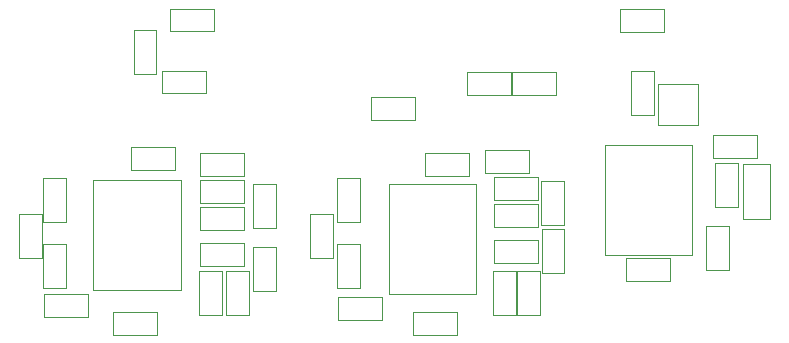
<source format=gbr>
G04 #@! TF.GenerationSoftware,KiCad,Pcbnew,(5.0.0-rc2-dev-586-g888c43477)*
G04 #@! TF.CreationDate,2018-06-03T13:56:13-03:00*
G04 #@! TF.ProjectId,Signal,5369676E616C2E6B696361645F706362,rev?*
G04 #@! TF.SameCoordinates,Original*
G04 #@! TF.FileFunction,Other,User*
%FSLAX46Y46*%
G04 Gerber Fmt 4.6, Leading zero omitted, Abs format (unit mm)*
G04 Created by KiCad (PCBNEW (5.0.0-rc2-dev-586-g888c43477)) date 06/03/18 13:56:13*
%MOMM*%
%LPD*%
G01*
G04 APERTURE LIST*
%ADD10C,0.050000*%
G04 APERTURE END LIST*
D10*
X32110000Y-22050000D02*
X28390000Y-22050000D01*
X32110000Y-23950000D02*
X32110000Y-22050000D01*
X28390000Y-23950000D02*
X32110000Y-23950000D01*
X28390000Y-22050000D02*
X28390000Y-23950000D01*
X73836000Y-23142000D02*
X70436000Y-23142000D01*
X70436000Y-23142000D02*
X70436000Y-26642000D01*
X70436000Y-26642000D02*
X73836000Y-26642000D01*
X73836000Y-26642000D02*
X73836000Y-23142000D01*
X47072000Y-41214000D02*
X43352000Y-41214000D01*
X47072000Y-43114000D02*
X47072000Y-41214000D01*
X43352000Y-43114000D02*
X47072000Y-43114000D01*
X43352000Y-41214000D02*
X43352000Y-43114000D01*
X31668000Y-35494000D02*
X35388000Y-35494000D01*
X31668000Y-33594000D02*
X31668000Y-35494000D01*
X35388000Y-33594000D02*
X31668000Y-33594000D01*
X35388000Y-35494000D02*
X35388000Y-33594000D01*
X38034000Y-37002000D02*
X36134000Y-37002000D01*
X36134000Y-37002000D02*
X36134000Y-40722000D01*
X36134000Y-40722000D02*
X38034000Y-40722000D01*
X38034000Y-40722000D02*
X38034000Y-37002000D01*
X31668000Y-30922000D02*
X35388000Y-30922000D01*
X31668000Y-29022000D02*
X31668000Y-30922000D01*
X35388000Y-29022000D02*
X31668000Y-29022000D01*
X35388000Y-30922000D02*
X35388000Y-29022000D01*
X29546000Y-30414000D02*
X29546000Y-28514000D01*
X29546000Y-28514000D02*
X25826000Y-28514000D01*
X25826000Y-28514000D02*
X25826000Y-30414000D01*
X25826000Y-30414000D02*
X29546000Y-30414000D01*
X77150000Y-33610000D02*
X77150000Y-29890000D01*
X75250000Y-33610000D02*
X77150000Y-33610000D01*
X75250000Y-29890000D02*
X75250000Y-33610000D01*
X77150000Y-29890000D02*
X75250000Y-29890000D01*
X67736000Y-37912000D02*
X67736000Y-39812000D01*
X67736000Y-39812000D02*
X71456000Y-39812000D01*
X71456000Y-39812000D02*
X71456000Y-37912000D01*
X71456000Y-37912000D02*
X67736000Y-37912000D01*
X50718000Y-30922000D02*
X54438000Y-30922000D01*
X50718000Y-29022000D02*
X50718000Y-30922000D01*
X54438000Y-29022000D02*
X50718000Y-29022000D01*
X54438000Y-30922000D02*
X54438000Y-29022000D01*
X59518000Y-28768000D02*
X55798000Y-28768000D01*
X59518000Y-30668000D02*
X59518000Y-28768000D01*
X55798000Y-30668000D02*
X59518000Y-30668000D01*
X55798000Y-28768000D02*
X55798000Y-30668000D01*
X60566500Y-35478000D02*
X60566500Y-39198000D01*
X62466500Y-35478000D02*
X60566500Y-35478000D01*
X62466500Y-39198000D02*
X62466500Y-35478000D01*
X60566500Y-39198000D02*
X62466500Y-39198000D01*
X60280000Y-35240000D02*
X60280000Y-33340000D01*
X60280000Y-33340000D02*
X56560000Y-33340000D01*
X56560000Y-33340000D02*
X56560000Y-35240000D01*
X56560000Y-35240000D02*
X60280000Y-35240000D01*
X77590000Y-29908000D02*
X77590000Y-34608000D01*
X77590000Y-34608000D02*
X79890000Y-34608000D01*
X79890000Y-34608000D02*
X79890000Y-29908000D01*
X77590000Y-29908000D02*
X79890000Y-29908000D01*
X42860000Y-37928000D02*
X42860000Y-34208000D01*
X40960000Y-37928000D02*
X42860000Y-37928000D01*
X40960000Y-34208000D02*
X40960000Y-37928000D01*
X42860000Y-34208000D02*
X40960000Y-34208000D01*
X58486000Y-42754000D02*
X60386000Y-42754000D01*
X60386000Y-42754000D02*
X60386000Y-39034000D01*
X60386000Y-39034000D02*
X58486000Y-39034000D01*
X58486000Y-39034000D02*
X58486000Y-42754000D01*
X45146000Y-34880000D02*
X45146000Y-31160000D01*
X43246000Y-34880000D02*
X45146000Y-34880000D01*
X43246000Y-31160000D02*
X43246000Y-34880000D01*
X45146000Y-31160000D02*
X43246000Y-31160000D01*
X76388000Y-35224000D02*
X74488000Y-35224000D01*
X74488000Y-35224000D02*
X74488000Y-38944000D01*
X74488000Y-38944000D02*
X76388000Y-38944000D01*
X76388000Y-38944000D02*
X76388000Y-35224000D01*
X67228000Y-18730000D02*
X70948000Y-18730000D01*
X67228000Y-16830000D02*
X67228000Y-18730000D01*
X70948000Y-16830000D02*
X67228000Y-16830000D01*
X70948000Y-18730000D02*
X70948000Y-16830000D01*
X75102000Y-27498000D02*
X75102000Y-29398000D01*
X75102000Y-29398000D02*
X78822000Y-29398000D01*
X78822000Y-29398000D02*
X78822000Y-27498000D01*
X78822000Y-27498000D02*
X75102000Y-27498000D01*
X70038000Y-25784500D02*
X70038000Y-22064500D01*
X68138000Y-25784500D02*
X70038000Y-25784500D01*
X68138000Y-22064500D02*
X68138000Y-25784500D01*
X70038000Y-22064500D02*
X68138000Y-22064500D01*
X49702000Y-42484000D02*
X49702000Y-44384000D01*
X49702000Y-44384000D02*
X53422000Y-44384000D01*
X53422000Y-44384000D02*
X53422000Y-42484000D01*
X53422000Y-42484000D02*
X49702000Y-42484000D01*
X58354000Y-42754000D02*
X58354000Y-39034000D01*
X56454000Y-42754000D02*
X58354000Y-42754000D01*
X56454000Y-39034000D02*
X56454000Y-42754000D01*
X58354000Y-39034000D02*
X56454000Y-39034000D01*
X49860000Y-26200000D02*
X49860000Y-24300000D01*
X49860000Y-24300000D02*
X46140000Y-24300000D01*
X46140000Y-24300000D02*
X46140000Y-26200000D01*
X46140000Y-26200000D02*
X49860000Y-26200000D01*
X18460000Y-42860000D02*
X22180000Y-42860000D01*
X18460000Y-40960000D02*
X18460000Y-42860000D01*
X22180000Y-40960000D02*
X18460000Y-40960000D01*
X22180000Y-42860000D02*
X22180000Y-40960000D01*
X18354000Y-40468000D02*
X20254000Y-40468000D01*
X20254000Y-40468000D02*
X20254000Y-36748000D01*
X20254000Y-36748000D02*
X18354000Y-36748000D01*
X18354000Y-36748000D02*
X18354000Y-40468000D01*
X60518000Y-31414000D02*
X60518000Y-35134000D01*
X62418000Y-31414000D02*
X60518000Y-31414000D01*
X62418000Y-35134000D02*
X62418000Y-31414000D01*
X60518000Y-35134000D02*
X62418000Y-35134000D01*
X31668000Y-31308000D02*
X31668000Y-33208000D01*
X31668000Y-33208000D02*
X35388000Y-33208000D01*
X35388000Y-33208000D02*
X35388000Y-31308000D01*
X35388000Y-31308000D02*
X31668000Y-31308000D01*
X38034000Y-35388000D02*
X38034000Y-31668000D01*
X36134000Y-35388000D02*
X38034000Y-35388000D01*
X36134000Y-31668000D02*
X36134000Y-35388000D01*
X38034000Y-31668000D02*
X36134000Y-31668000D01*
X35748000Y-39034000D02*
X33848000Y-39034000D01*
X33848000Y-39034000D02*
X33848000Y-42754000D01*
X33848000Y-42754000D02*
X35748000Y-42754000D01*
X35748000Y-42754000D02*
X35748000Y-39034000D01*
X20254000Y-34880000D02*
X20254000Y-31160000D01*
X18354000Y-34880000D02*
X20254000Y-34880000D01*
X18354000Y-31160000D02*
X18354000Y-34880000D01*
X20254000Y-31160000D02*
X18354000Y-31160000D01*
X31562000Y-42754000D02*
X33462000Y-42754000D01*
X33462000Y-42754000D02*
X33462000Y-39034000D01*
X33462000Y-39034000D02*
X31562000Y-39034000D01*
X31562000Y-39034000D02*
X31562000Y-42754000D01*
X24302000Y-44384000D02*
X28022000Y-44384000D01*
X24302000Y-42484000D02*
X24302000Y-44384000D01*
X28022000Y-42484000D02*
X24302000Y-42484000D01*
X28022000Y-44384000D02*
X28022000Y-42484000D01*
X56560000Y-36388000D02*
X56560000Y-38288000D01*
X56560000Y-38288000D02*
X60280000Y-38288000D01*
X60280000Y-38288000D02*
X60280000Y-36388000D01*
X60280000Y-36388000D02*
X56560000Y-36388000D01*
X45146000Y-36748000D02*
X43246000Y-36748000D01*
X43246000Y-36748000D02*
X43246000Y-40468000D01*
X43246000Y-40468000D02*
X45146000Y-40468000D01*
X45146000Y-40468000D02*
X45146000Y-36748000D01*
X18222000Y-37928000D02*
X18222000Y-34208000D01*
X16322000Y-37928000D02*
X18222000Y-37928000D01*
X16322000Y-34208000D02*
X16322000Y-37928000D01*
X18222000Y-34208000D02*
X16322000Y-34208000D01*
X60280000Y-32954000D02*
X60280000Y-31054000D01*
X60280000Y-31054000D02*
X56560000Y-31054000D01*
X56560000Y-31054000D02*
X56560000Y-32954000D01*
X56560000Y-32954000D02*
X60280000Y-32954000D01*
X35388000Y-36642000D02*
X31668000Y-36642000D01*
X35388000Y-38542000D02*
X35388000Y-36642000D01*
X31668000Y-38542000D02*
X35388000Y-38542000D01*
X31668000Y-36642000D02*
X31668000Y-38542000D01*
X27950000Y-18640000D02*
X26050000Y-18640000D01*
X26050000Y-18640000D02*
X26050000Y-22360000D01*
X26050000Y-22360000D02*
X27950000Y-22360000D01*
X27950000Y-22360000D02*
X27950000Y-18640000D01*
X47608000Y-40972000D02*
X47608000Y-31672000D01*
X55008000Y-40972000D02*
X55008000Y-31672000D01*
X47608000Y-40972000D02*
X55008000Y-40972000D01*
X47608000Y-31672000D02*
X55008000Y-31672000D01*
X29140000Y-18700000D02*
X32860000Y-18700000D01*
X29140000Y-16800000D02*
X29140000Y-18700000D01*
X32860000Y-16800000D02*
X29140000Y-16800000D01*
X32860000Y-18700000D02*
X32860000Y-16800000D01*
X58084000Y-22164000D02*
X58084000Y-24064000D01*
X58084000Y-24064000D02*
X61804000Y-24064000D01*
X61804000Y-24064000D02*
X61804000Y-22164000D01*
X61804000Y-22164000D02*
X58084000Y-22164000D01*
X57994000Y-24064000D02*
X57994000Y-22164000D01*
X57994000Y-22164000D02*
X54274000Y-22164000D01*
X54274000Y-22164000D02*
X54274000Y-24064000D01*
X54274000Y-24064000D02*
X57994000Y-24064000D01*
X22589000Y-31291000D02*
X29989000Y-31291000D01*
X22589000Y-40591000D02*
X29989000Y-40591000D01*
X29989000Y-40591000D02*
X29989000Y-31291000D01*
X22589000Y-40591000D02*
X22589000Y-31291000D01*
X65896000Y-37670000D02*
X65896000Y-28370000D01*
X73296000Y-37670000D02*
X73296000Y-28370000D01*
X65896000Y-37670000D02*
X73296000Y-37670000D01*
X65896000Y-28370000D02*
X73296000Y-28370000D01*
M02*

</source>
